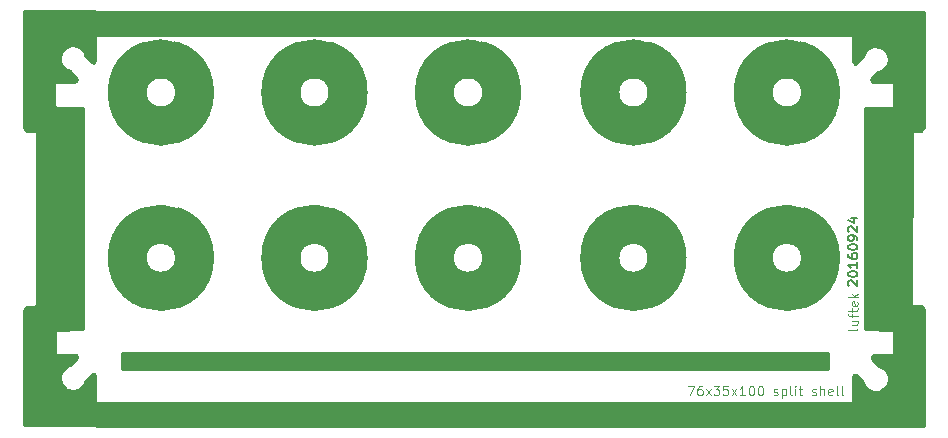
<source format=gts>
G04 #@! TF.FileFunction,Soldermask,Top*
%FSLAX46Y46*%
G04 Gerber Fmt 4.6, Leading zero omitted, Abs format (unit mm)*
G04 Created by KiCad (PCBNEW (2016-09-17 revision 679eef1)-makepkg) date 09/24/16 16:36:29*
%MOMM*%
%LPD*%
G01*
G04 APERTURE LIST*
%ADD10C,0.150000*%
%ADD11C,0.100000*%
%ADD12C,0.700000*%
%ADD13C,1.350000*%
%ADD14C,3.000000*%
%ADD15C,0.254000*%
G04 APERTURE END LIST*
D10*
D11*
X70431904Y-26750476D02*
X70393809Y-26826666D01*
X70317619Y-26864761D01*
X69631904Y-26864761D01*
X69898571Y-26102857D02*
X70431904Y-26102857D01*
X69898571Y-26445714D02*
X70317619Y-26445714D01*
X70393809Y-26407619D01*
X70431904Y-26331428D01*
X70431904Y-26217142D01*
X70393809Y-26140952D01*
X70355714Y-26102857D01*
X69898571Y-25836190D02*
X69898571Y-25531428D01*
X70431904Y-25721904D02*
X69746190Y-25721904D01*
X69670000Y-25683809D01*
X69631904Y-25607619D01*
X69631904Y-25531428D01*
X69898571Y-25379047D02*
X69898571Y-25074285D01*
X69631904Y-25264761D02*
X70317619Y-25264761D01*
X70393809Y-25226666D01*
X70431904Y-25150476D01*
X70431904Y-25074285D01*
X70393809Y-24502857D02*
X70431904Y-24579047D01*
X70431904Y-24731428D01*
X70393809Y-24807619D01*
X70317619Y-24845714D01*
X70012857Y-24845714D01*
X69936666Y-24807619D01*
X69898571Y-24731428D01*
X69898571Y-24579047D01*
X69936666Y-24502857D01*
X70012857Y-24464761D01*
X70089047Y-24464761D01*
X70165238Y-24845714D01*
X70431904Y-24121904D02*
X69631904Y-24121904D01*
X70127142Y-24045714D02*
X70431904Y-23817142D01*
X69898571Y-23817142D02*
X70203333Y-24121904D01*
D10*
X69668095Y-23140119D02*
X69630000Y-23102023D01*
X69591904Y-23025833D01*
X69591904Y-22835357D01*
X69630000Y-22759166D01*
X69668095Y-22721071D01*
X69744285Y-22682976D01*
X69820476Y-22682976D01*
X69934761Y-22721071D01*
X70391904Y-23178214D01*
X70391904Y-22682976D01*
X69591904Y-22187738D02*
X69591904Y-22111547D01*
X69630000Y-22035357D01*
X69668095Y-21997261D01*
X69744285Y-21959166D01*
X69896666Y-21921071D01*
X70087142Y-21921071D01*
X70239523Y-21959166D01*
X70315714Y-21997261D01*
X70353809Y-22035357D01*
X70391904Y-22111547D01*
X70391904Y-22187738D01*
X70353809Y-22263928D01*
X70315714Y-22302023D01*
X70239523Y-22340119D01*
X70087142Y-22378214D01*
X69896666Y-22378214D01*
X69744285Y-22340119D01*
X69668095Y-22302023D01*
X69630000Y-22263928D01*
X69591904Y-22187738D01*
X70391904Y-21159166D02*
X70391904Y-21616309D01*
X70391904Y-21387738D02*
X69591904Y-21387738D01*
X69706190Y-21463928D01*
X69782380Y-21540119D01*
X69820476Y-21616309D01*
X69591904Y-20473452D02*
X69591904Y-20625833D01*
X69630000Y-20702023D01*
X69668095Y-20740119D01*
X69782380Y-20816309D01*
X69934761Y-20854404D01*
X70239523Y-20854404D01*
X70315714Y-20816309D01*
X70353809Y-20778214D01*
X70391904Y-20702023D01*
X70391904Y-20549642D01*
X70353809Y-20473452D01*
X70315714Y-20435357D01*
X70239523Y-20397261D01*
X70049047Y-20397261D01*
X69972857Y-20435357D01*
X69934761Y-20473452D01*
X69896666Y-20549642D01*
X69896666Y-20702023D01*
X69934761Y-20778214D01*
X69972857Y-20816309D01*
X70049047Y-20854404D01*
X69591904Y-19902023D02*
X69591904Y-19825833D01*
X69630000Y-19749642D01*
X69668095Y-19711547D01*
X69744285Y-19673452D01*
X69896666Y-19635357D01*
X70087142Y-19635357D01*
X70239523Y-19673452D01*
X70315714Y-19711547D01*
X70353809Y-19749642D01*
X70391904Y-19825833D01*
X70391904Y-19902023D01*
X70353809Y-19978214D01*
X70315714Y-20016309D01*
X70239523Y-20054404D01*
X70087142Y-20092500D01*
X69896666Y-20092500D01*
X69744285Y-20054404D01*
X69668095Y-20016309D01*
X69630000Y-19978214D01*
X69591904Y-19902023D01*
X70391904Y-19254404D02*
X70391904Y-19102023D01*
X70353809Y-19025833D01*
X70315714Y-18987738D01*
X70201428Y-18911547D01*
X70049047Y-18873452D01*
X69744285Y-18873452D01*
X69668095Y-18911547D01*
X69630000Y-18949642D01*
X69591904Y-19025833D01*
X69591904Y-19178214D01*
X69630000Y-19254404D01*
X69668095Y-19292500D01*
X69744285Y-19330595D01*
X69934761Y-19330595D01*
X70010952Y-19292500D01*
X70049047Y-19254404D01*
X70087142Y-19178214D01*
X70087142Y-19025833D01*
X70049047Y-18949642D01*
X70010952Y-18911547D01*
X69934761Y-18873452D01*
X69668095Y-18568690D02*
X69630000Y-18530595D01*
X69591904Y-18454404D01*
X69591904Y-18263928D01*
X69630000Y-18187738D01*
X69668095Y-18149642D01*
X69744285Y-18111547D01*
X69820476Y-18111547D01*
X69934761Y-18149642D01*
X70391904Y-18606785D01*
X70391904Y-18111547D01*
X69858571Y-17425833D02*
X70391904Y-17425833D01*
X69553809Y-17616309D02*
X70125238Y-17806785D01*
X70125238Y-17311547D01*
D11*
X56038571Y-31631904D02*
X56571904Y-31631904D01*
X56229047Y-32431904D01*
X57219523Y-31631904D02*
X57067142Y-31631904D01*
X56990952Y-31670000D01*
X56952857Y-31708095D01*
X56876666Y-31822380D01*
X56838571Y-31974761D01*
X56838571Y-32279523D01*
X56876666Y-32355714D01*
X56914761Y-32393809D01*
X56990952Y-32431904D01*
X57143333Y-32431904D01*
X57219523Y-32393809D01*
X57257619Y-32355714D01*
X57295714Y-32279523D01*
X57295714Y-32089047D01*
X57257619Y-32012857D01*
X57219523Y-31974761D01*
X57143333Y-31936666D01*
X56990952Y-31936666D01*
X56914761Y-31974761D01*
X56876666Y-32012857D01*
X56838571Y-32089047D01*
X57562380Y-32431904D02*
X57981428Y-31898571D01*
X57562380Y-31898571D02*
X57981428Y-32431904D01*
X58210000Y-31631904D02*
X58705238Y-31631904D01*
X58438571Y-31936666D01*
X58552857Y-31936666D01*
X58629047Y-31974761D01*
X58667142Y-32012857D01*
X58705238Y-32089047D01*
X58705238Y-32279523D01*
X58667142Y-32355714D01*
X58629047Y-32393809D01*
X58552857Y-32431904D01*
X58324285Y-32431904D01*
X58248095Y-32393809D01*
X58210000Y-32355714D01*
X59429047Y-31631904D02*
X59048095Y-31631904D01*
X59010000Y-32012857D01*
X59048095Y-31974761D01*
X59124285Y-31936666D01*
X59314761Y-31936666D01*
X59390952Y-31974761D01*
X59429047Y-32012857D01*
X59467142Y-32089047D01*
X59467142Y-32279523D01*
X59429047Y-32355714D01*
X59390952Y-32393809D01*
X59314761Y-32431904D01*
X59124285Y-32431904D01*
X59048095Y-32393809D01*
X59010000Y-32355714D01*
X59733809Y-32431904D02*
X60152857Y-31898571D01*
X59733809Y-31898571D02*
X60152857Y-32431904D01*
X60876666Y-32431904D02*
X60419523Y-32431904D01*
X60648095Y-32431904D02*
X60648095Y-31631904D01*
X60571904Y-31746190D01*
X60495714Y-31822380D01*
X60419523Y-31860476D01*
X61371904Y-31631904D02*
X61448095Y-31631904D01*
X61524285Y-31670000D01*
X61562380Y-31708095D01*
X61600476Y-31784285D01*
X61638571Y-31936666D01*
X61638571Y-32127142D01*
X61600476Y-32279523D01*
X61562380Y-32355714D01*
X61524285Y-32393809D01*
X61448095Y-32431904D01*
X61371904Y-32431904D01*
X61295714Y-32393809D01*
X61257619Y-32355714D01*
X61219523Y-32279523D01*
X61181428Y-32127142D01*
X61181428Y-31936666D01*
X61219523Y-31784285D01*
X61257619Y-31708095D01*
X61295714Y-31670000D01*
X61371904Y-31631904D01*
X62133809Y-31631904D02*
X62210000Y-31631904D01*
X62286190Y-31670000D01*
X62324285Y-31708095D01*
X62362380Y-31784285D01*
X62400476Y-31936666D01*
X62400476Y-32127142D01*
X62362380Y-32279523D01*
X62324285Y-32355714D01*
X62286190Y-32393809D01*
X62210000Y-32431904D01*
X62133809Y-32431904D01*
X62057619Y-32393809D01*
X62019523Y-32355714D01*
X61981428Y-32279523D01*
X61943333Y-32127142D01*
X61943333Y-31936666D01*
X61981428Y-31784285D01*
X62019523Y-31708095D01*
X62057619Y-31670000D01*
X62133809Y-31631904D01*
X63314761Y-32393809D02*
X63390952Y-32431904D01*
X63543333Y-32431904D01*
X63619523Y-32393809D01*
X63657619Y-32317619D01*
X63657619Y-32279523D01*
X63619523Y-32203333D01*
X63543333Y-32165238D01*
X63429047Y-32165238D01*
X63352857Y-32127142D01*
X63314761Y-32050952D01*
X63314761Y-32012857D01*
X63352857Y-31936666D01*
X63429047Y-31898571D01*
X63543333Y-31898571D01*
X63619523Y-31936666D01*
X64000476Y-31898571D02*
X64000476Y-32698571D01*
X64000476Y-31936666D02*
X64076666Y-31898571D01*
X64229047Y-31898571D01*
X64305238Y-31936666D01*
X64343333Y-31974761D01*
X64381428Y-32050952D01*
X64381428Y-32279523D01*
X64343333Y-32355714D01*
X64305238Y-32393809D01*
X64229047Y-32431904D01*
X64076666Y-32431904D01*
X64000476Y-32393809D01*
X64838571Y-32431904D02*
X64762380Y-32393809D01*
X64724285Y-32317619D01*
X64724285Y-31631904D01*
X65143333Y-32431904D02*
X65143333Y-31898571D01*
X65143333Y-31631904D02*
X65105238Y-31670000D01*
X65143333Y-31708095D01*
X65181428Y-31670000D01*
X65143333Y-31631904D01*
X65143333Y-31708095D01*
X65410000Y-31898571D02*
X65714761Y-31898571D01*
X65524285Y-31631904D02*
X65524285Y-32317619D01*
X65562380Y-32393809D01*
X65638571Y-32431904D01*
X65714761Y-32431904D01*
X66552857Y-32393809D02*
X66629047Y-32431904D01*
X66781428Y-32431904D01*
X66857619Y-32393809D01*
X66895714Y-32317619D01*
X66895714Y-32279523D01*
X66857619Y-32203333D01*
X66781428Y-32165238D01*
X66667142Y-32165238D01*
X66590952Y-32127142D01*
X66552857Y-32050952D01*
X66552857Y-32012857D01*
X66590952Y-31936666D01*
X66667142Y-31898571D01*
X66781428Y-31898571D01*
X66857619Y-31936666D01*
X67238571Y-32431904D02*
X67238571Y-31631904D01*
X67581428Y-32431904D02*
X67581428Y-32012857D01*
X67543333Y-31936666D01*
X67467142Y-31898571D01*
X67352857Y-31898571D01*
X67276666Y-31936666D01*
X67238571Y-31974761D01*
X68267142Y-32393809D02*
X68190952Y-32431904D01*
X68038571Y-32431904D01*
X67962380Y-32393809D01*
X67924285Y-32317619D01*
X67924285Y-32012857D01*
X67962380Y-31936666D01*
X68038571Y-31898571D01*
X68190952Y-31898571D01*
X68267142Y-31936666D01*
X68305238Y-32012857D01*
X68305238Y-32089047D01*
X67924285Y-32165238D01*
X68762380Y-32431904D02*
X68686190Y-32393809D01*
X68648095Y-32317619D01*
X68648095Y-31631904D01*
X69181428Y-32431904D02*
X69105238Y-32393809D01*
X69067142Y-32317619D01*
X69067142Y-31631904D01*
D12*
X67340000Y-18810000D02*
X67340000Y-22780000D01*
D13*
X68250000Y-20790000D02*
G75*
G03X68250000Y-20790000I-3830000J0D01*
G01*
D14*
X67080000Y-20790000D02*
G75*
G03X67080000Y-20790000I-2660000J0D01*
G01*
D12*
X54340000Y-18810000D02*
X54340000Y-22780000D01*
D13*
X55250000Y-20790000D02*
G75*
G03X55250000Y-20790000I-3830000J0D01*
G01*
D14*
X54080000Y-20790000D02*
G75*
G03X54080000Y-20790000I-2660000J0D01*
G01*
D12*
X67340000Y-4810000D02*
X67340000Y-8780000D01*
D13*
X68250000Y-6790000D02*
G75*
G03X68250000Y-6790000I-3830000J0D01*
G01*
D14*
X67080000Y-6790000D02*
G75*
G03X67080000Y-6790000I-2660000J0D01*
G01*
D12*
X54340000Y-4810000D02*
X54340000Y-8780000D01*
D13*
X55250000Y-6790000D02*
G75*
G03X55250000Y-6790000I-3830000J0D01*
G01*
D14*
X54080000Y-6790000D02*
G75*
G03X54080000Y-6790000I-2660000J0D01*
G01*
D12*
X40340000Y-18810000D02*
X40340000Y-22780000D01*
D13*
X41250000Y-20790000D02*
G75*
G03X41250000Y-20790000I-3830000J0D01*
G01*
D14*
X40080000Y-20790000D02*
G75*
G03X40080000Y-20790000I-2660000J0D01*
G01*
D12*
X27340000Y-18810000D02*
X27340000Y-22780000D01*
D13*
X28250000Y-20790000D02*
G75*
G03X28250000Y-20790000I-3830000J0D01*
G01*
D14*
X27080000Y-20790000D02*
G75*
G03X27080000Y-20790000I-2660000J0D01*
G01*
D12*
X14340000Y-18810000D02*
X14340000Y-22780000D01*
D13*
X15250000Y-20790000D02*
G75*
G03X15250000Y-20790000I-3830000J0D01*
G01*
D14*
X14080000Y-20790000D02*
G75*
G03X14080000Y-20790000I-2660000J0D01*
G01*
D12*
X40340000Y-4810000D02*
X40340000Y-8780000D01*
D13*
X41250000Y-6790000D02*
G75*
G03X41250000Y-6790000I-3830000J0D01*
G01*
D14*
X40080000Y-6790000D02*
G75*
G03X40080000Y-6790000I-2660000J0D01*
G01*
D12*
X27340000Y-4810000D02*
X27340000Y-8780000D01*
D13*
X28250000Y-6790000D02*
G75*
G03X28250000Y-6790000I-3830000J0D01*
G01*
D14*
X27080000Y-6790000D02*
G75*
G03X27080000Y-6790000I-2660000J0D01*
G01*
D12*
X14340000Y-4810000D02*
X14340000Y-8780000D01*
D13*
X15250000Y-6790000D02*
G75*
G03X15250000Y-6790000I-3830000J0D01*
G01*
D14*
X14080000Y-6790000D02*
G75*
G03X14080000Y-6790000I-2660000J0D01*
G01*
D15*
G36*
X70824735Y3110D02*
X70568976Y-1893034D01*
X4788728Y-1912961D01*
X4815294Y52905D01*
X70824735Y3110D01*
X70824735Y3110D01*
G37*
X70824735Y3110D02*
X70568976Y-1893034D01*
X4788728Y-1912961D01*
X4815294Y52905D01*
X70824735Y3110D01*
G36*
X70122424Y-35022960D02*
X5926417Y-35003039D01*
X5917587Y-33086960D01*
X70113573Y-33067039D01*
X70122424Y-35022960D01*
X70122424Y-35022960D01*
G37*
X70122424Y-35022960D02*
X5926417Y-35003039D01*
X5917587Y-33086960D01*
X70113573Y-33067039D01*
X70122424Y-35022960D01*
G36*
X67880565Y-30233000D02*
X8134565Y-30233000D01*
X8134565Y-28887000D01*
X67880565Y-28887000D01*
X67880565Y-30233000D01*
X67880565Y-30233000D01*
G37*
X67880565Y-30233000D02*
X8134565Y-30233000D01*
X8134565Y-28887000D01*
X67880565Y-28887000D01*
X67880565Y-30233000D01*
G36*
X76043043Y-9717610D02*
X75806500Y-10033000D01*
X75110000Y-10033000D01*
X75061399Y-10042667D01*
X75020197Y-10070197D01*
X74992667Y-10111399D01*
X74983000Y-10159739D01*
X74953000Y-24759739D01*
X74962568Y-24808360D01*
X74990013Y-24849618D01*
X75031158Y-24877233D01*
X75080000Y-24887000D01*
X75817394Y-24887000D01*
X76043000Y-25112606D01*
X76043000Y-35033000D01*
X70036424Y-35033000D01*
X70027000Y-32959643D01*
X70027000Y-30802333D01*
X70102350Y-30701866D01*
X70157554Y-30676388D01*
X70263440Y-30711683D01*
X70856553Y-31267727D01*
X70937228Y-31572498D01*
X70973046Y-31632564D01*
X71303046Y-31942564D01*
X71341796Y-31967496D01*
X71731796Y-32127496D01*
X71780000Y-32137000D01*
X72160000Y-32137000D01*
X72223368Y-32120061D01*
X72553368Y-31930061D01*
X72574147Y-31915123D01*
X72834147Y-31685123D01*
X72867315Y-31638643D01*
X73037315Y-31228643D01*
X73046945Y-31176266D01*
X73036945Y-30836266D01*
X73028162Y-30793451D01*
X72898162Y-30463451D01*
X72873065Y-30423583D01*
X72613065Y-30143583D01*
X72570747Y-30113580D01*
X72202299Y-29952974D01*
X71634539Y-29394522D01*
X71594602Y-29234775D01*
X71645253Y-29133474D01*
X71791994Y-29056610D01*
X73361587Y-29036990D01*
X73410064Y-29026716D01*
X73450918Y-28998673D01*
X73477931Y-28957130D01*
X73487000Y-28910000D01*
X73487000Y-27010000D01*
X73477333Y-26961399D01*
X73449803Y-26920197D01*
X73408601Y-26892667D01*
X73361549Y-26883009D01*
X71027066Y-26854540D01*
X71036934Y-8124920D01*
X73332099Y-8086983D01*
X73380533Y-8076513D01*
X73421274Y-8048306D01*
X73448120Y-8006655D01*
X73456998Y-7960661D01*
X73466998Y-6040661D01*
X73457584Y-5992011D01*
X73430269Y-5950666D01*
X73389211Y-5922922D01*
X73340747Y-5913002D01*
X71690187Y-5903293D01*
X71600639Y-5820141D01*
X71555078Y-5740409D01*
X71575477Y-5653714D01*
X72140858Y-5079065D01*
X72434593Y-4968914D01*
X72477409Y-4942134D01*
X72867409Y-4572134D01*
X72900743Y-4519373D01*
X73050743Y-4059373D01*
X73052788Y-3987565D01*
X72912788Y-3457565D01*
X72880992Y-3401403D01*
X72510992Y-3021403D01*
X72470161Y-2993326D01*
X72441946Y-2984910D01*
X71871946Y-2884910D01*
X71819198Y-2886792D01*
X71459198Y-2976792D01*
X71408697Y-3002436D01*
X71048697Y-3302436D01*
X71013037Y-3350516D01*
X70804565Y-3843268D01*
X70253061Y-4319992D01*
X70203763Y-4339711D01*
X70126088Y-4329354D01*
X70069240Y-4277675D01*
X70016898Y-4128124D01*
X70007013Y-2052299D01*
X70091817Y11260D01*
X71378199Y-6987D01*
X71380794Y-6998D01*
X76052871Y22202D01*
X76043043Y-9717610D01*
X76043043Y-9717610D01*
G37*
X76043043Y-9717610D02*
X75806500Y-10033000D01*
X75110000Y-10033000D01*
X75061399Y-10042667D01*
X75020197Y-10070197D01*
X74992667Y-10111399D01*
X74983000Y-10159739D01*
X74953000Y-24759739D01*
X74962568Y-24808360D01*
X74990013Y-24849618D01*
X75031158Y-24877233D01*
X75080000Y-24887000D01*
X75817394Y-24887000D01*
X76043000Y-25112606D01*
X76043000Y-35033000D01*
X70036424Y-35033000D01*
X70027000Y-32959643D01*
X70027000Y-30802333D01*
X70102350Y-30701866D01*
X70157554Y-30676388D01*
X70263440Y-30711683D01*
X70856553Y-31267727D01*
X70937228Y-31572498D01*
X70973046Y-31632564D01*
X71303046Y-31942564D01*
X71341796Y-31967496D01*
X71731796Y-32127496D01*
X71780000Y-32137000D01*
X72160000Y-32137000D01*
X72223368Y-32120061D01*
X72553368Y-31930061D01*
X72574147Y-31915123D01*
X72834147Y-31685123D01*
X72867315Y-31638643D01*
X73037315Y-31228643D01*
X73046945Y-31176266D01*
X73036945Y-30836266D01*
X73028162Y-30793451D01*
X72898162Y-30463451D01*
X72873065Y-30423583D01*
X72613065Y-30143583D01*
X72570747Y-30113580D01*
X72202299Y-29952974D01*
X71634539Y-29394522D01*
X71594602Y-29234775D01*
X71645253Y-29133474D01*
X71791994Y-29056610D01*
X73361587Y-29036990D01*
X73410064Y-29026716D01*
X73450918Y-28998673D01*
X73477931Y-28957130D01*
X73487000Y-28910000D01*
X73487000Y-27010000D01*
X73477333Y-26961399D01*
X73449803Y-26920197D01*
X73408601Y-26892667D01*
X73361549Y-26883009D01*
X71027066Y-26854540D01*
X71036934Y-8124920D01*
X73332099Y-8086983D01*
X73380533Y-8076513D01*
X73421274Y-8048306D01*
X73448120Y-8006655D01*
X73456998Y-7960661D01*
X73466998Y-6040661D01*
X73457584Y-5992011D01*
X73430269Y-5950666D01*
X73389211Y-5922922D01*
X73340747Y-5913002D01*
X71690187Y-5903293D01*
X71600639Y-5820141D01*
X71555078Y-5740409D01*
X71575477Y-5653714D01*
X72140858Y-5079065D01*
X72434593Y-4968914D01*
X72477409Y-4942134D01*
X72867409Y-4572134D01*
X72900743Y-4519373D01*
X73050743Y-4059373D01*
X73052788Y-3987565D01*
X72912788Y-3457565D01*
X72880992Y-3401403D01*
X72510992Y-3021403D01*
X72470161Y-2993326D01*
X72441946Y-2984910D01*
X71871946Y-2884910D01*
X71819198Y-2886792D01*
X71459198Y-2976792D01*
X71408697Y-3002436D01*
X71048697Y-3302436D01*
X71013037Y-3350516D01*
X70804565Y-3843268D01*
X70253061Y-4319992D01*
X70203763Y-4339711D01*
X70126088Y-4329354D01*
X70069240Y-4277675D01*
X70016898Y-4128124D01*
X70007013Y-2052299D01*
X70091817Y11260D01*
X71378199Y-6987D01*
X71380794Y-6998D01*
X76052871Y22202D01*
X76043043Y-9717610D01*
G36*
X5863000Y-1990357D02*
X5863000Y-4147666D01*
X5787649Y-4248135D01*
X5732446Y-4273614D01*
X5626560Y-4238317D01*
X5033447Y-3682271D01*
X4952771Y-3377501D01*
X4916954Y-3317436D01*
X4586954Y-3007436D01*
X4548204Y-2982504D01*
X4158204Y-2822504D01*
X4110000Y-2813000D01*
X3730000Y-2813000D01*
X3666632Y-2829939D01*
X3336632Y-3019939D01*
X3315853Y-3034877D01*
X3055854Y-3264876D01*
X3022686Y-3311356D01*
X2852685Y-3721357D01*
X2843055Y-3773734D01*
X2853055Y-4113734D01*
X2861838Y-4156548D01*
X2991837Y-4486549D01*
X3016935Y-4526419D01*
X3276936Y-4806418D01*
X3319253Y-4836421D01*
X3687704Y-4997027D01*
X4255462Y-5555480D01*
X4295397Y-5715224D01*
X4244746Y-5816526D01*
X4098007Y-5893390D01*
X2528413Y-5913010D01*
X2479936Y-5923284D01*
X2439082Y-5951327D01*
X2412069Y-5992870D01*
X2403000Y-6040000D01*
X2403001Y-7940000D01*
X2412668Y-7988601D01*
X2440198Y-8029803D01*
X2481400Y-8057333D01*
X2528452Y-8066991D01*
X4862935Y-8095462D01*
X4853066Y-26825080D01*
X2557902Y-26863017D01*
X2509468Y-26873487D01*
X2468727Y-26901694D01*
X2441881Y-26943345D01*
X2433003Y-26989338D01*
X2423002Y-28909338D01*
X2432416Y-28957989D01*
X2459731Y-28999334D01*
X2500789Y-29027078D01*
X2549253Y-29036998D01*
X4199813Y-29046706D01*
X4289361Y-29129859D01*
X4334922Y-29209591D01*
X4314523Y-29296286D01*
X3749142Y-29870936D01*
X3455408Y-29981086D01*
X3412591Y-30007866D01*
X3022591Y-30377866D01*
X2989257Y-30430627D01*
X2839257Y-30890627D01*
X2837212Y-30962435D01*
X2977212Y-31492435D01*
X3009008Y-31548597D01*
X3379008Y-31928597D01*
X3419839Y-31956674D01*
X3448054Y-31965090D01*
X4018054Y-32065090D01*
X4070802Y-32063208D01*
X4430802Y-31973208D01*
X4481303Y-31947564D01*
X4841303Y-31647564D01*
X4876963Y-31599484D01*
X5085436Y-31106730D01*
X5636940Y-30630007D01*
X5686236Y-30610289D01*
X5763912Y-30620646D01*
X5820760Y-30672325D01*
X5873102Y-30821876D01*
X5882987Y-32897701D01*
X5798086Y-34963618D01*
X3949749Y-34973000D01*
X-162872Y-34973000D01*
X-153043Y-25232390D01*
X83500Y-24917000D01*
X780000Y-24917001D01*
X828601Y-24907334D01*
X869802Y-24879804D01*
X897333Y-24838602D01*
X907000Y-24790262D01*
X937000Y-10190261D01*
X927432Y-10141640D01*
X899987Y-10100382D01*
X858842Y-10072767D01*
X810000Y-10063000D01*
X72606Y-10063000D01*
X-153000Y-9837394D01*
X-153002Y82999D01*
X5853574Y82999D01*
X5863000Y-1990357D01*
X5863000Y-1990357D01*
G37*
X5863000Y-1990357D02*
X5863000Y-4147666D01*
X5787649Y-4248135D01*
X5732446Y-4273614D01*
X5626560Y-4238317D01*
X5033447Y-3682271D01*
X4952771Y-3377501D01*
X4916954Y-3317436D01*
X4586954Y-3007436D01*
X4548204Y-2982504D01*
X4158204Y-2822504D01*
X4110000Y-2813000D01*
X3730000Y-2813000D01*
X3666632Y-2829939D01*
X3336632Y-3019939D01*
X3315853Y-3034877D01*
X3055854Y-3264876D01*
X3022686Y-3311356D01*
X2852685Y-3721357D01*
X2843055Y-3773734D01*
X2853055Y-4113734D01*
X2861838Y-4156548D01*
X2991837Y-4486549D01*
X3016935Y-4526419D01*
X3276936Y-4806418D01*
X3319253Y-4836421D01*
X3687704Y-4997027D01*
X4255462Y-5555480D01*
X4295397Y-5715224D01*
X4244746Y-5816526D01*
X4098007Y-5893390D01*
X2528413Y-5913010D01*
X2479936Y-5923284D01*
X2439082Y-5951327D01*
X2412069Y-5992870D01*
X2403000Y-6040000D01*
X2403001Y-7940000D01*
X2412668Y-7988601D01*
X2440198Y-8029803D01*
X2481400Y-8057333D01*
X2528452Y-8066991D01*
X4862935Y-8095462D01*
X4853066Y-26825080D01*
X2557902Y-26863017D01*
X2509468Y-26873487D01*
X2468727Y-26901694D01*
X2441881Y-26943345D01*
X2433003Y-26989338D01*
X2423002Y-28909338D01*
X2432416Y-28957989D01*
X2459731Y-28999334D01*
X2500789Y-29027078D01*
X2549253Y-29036998D01*
X4199813Y-29046706D01*
X4289361Y-29129859D01*
X4334922Y-29209591D01*
X4314523Y-29296286D01*
X3749142Y-29870936D01*
X3455408Y-29981086D01*
X3412591Y-30007866D01*
X3022591Y-30377866D01*
X2989257Y-30430627D01*
X2839257Y-30890627D01*
X2837212Y-30962435D01*
X2977212Y-31492435D01*
X3009008Y-31548597D01*
X3379008Y-31928597D01*
X3419839Y-31956674D01*
X3448054Y-31965090D01*
X4018054Y-32065090D01*
X4070802Y-32063208D01*
X4430802Y-31973208D01*
X4481303Y-31947564D01*
X4841303Y-31647564D01*
X4876963Y-31599484D01*
X5085436Y-31106730D01*
X5636940Y-30630007D01*
X5686236Y-30610289D01*
X5763912Y-30620646D01*
X5820760Y-30672325D01*
X5873102Y-30821876D01*
X5882987Y-32897701D01*
X5798086Y-34963618D01*
X3949749Y-34973000D01*
X-162872Y-34973000D01*
X-153043Y-25232390D01*
X83500Y-24917000D01*
X780000Y-24917001D01*
X828601Y-24907334D01*
X869802Y-24879804D01*
X897333Y-24838602D01*
X907000Y-24790262D01*
X937000Y-10190261D01*
X927432Y-10141640D01*
X899987Y-10100382D01*
X858842Y-10072767D01*
X810000Y-10063000D01*
X72606Y-10063000D01*
X-153000Y-9837394D01*
X-153002Y82999D01*
X5853574Y82999D01*
X5863000Y-1990357D01*
M02*

</source>
